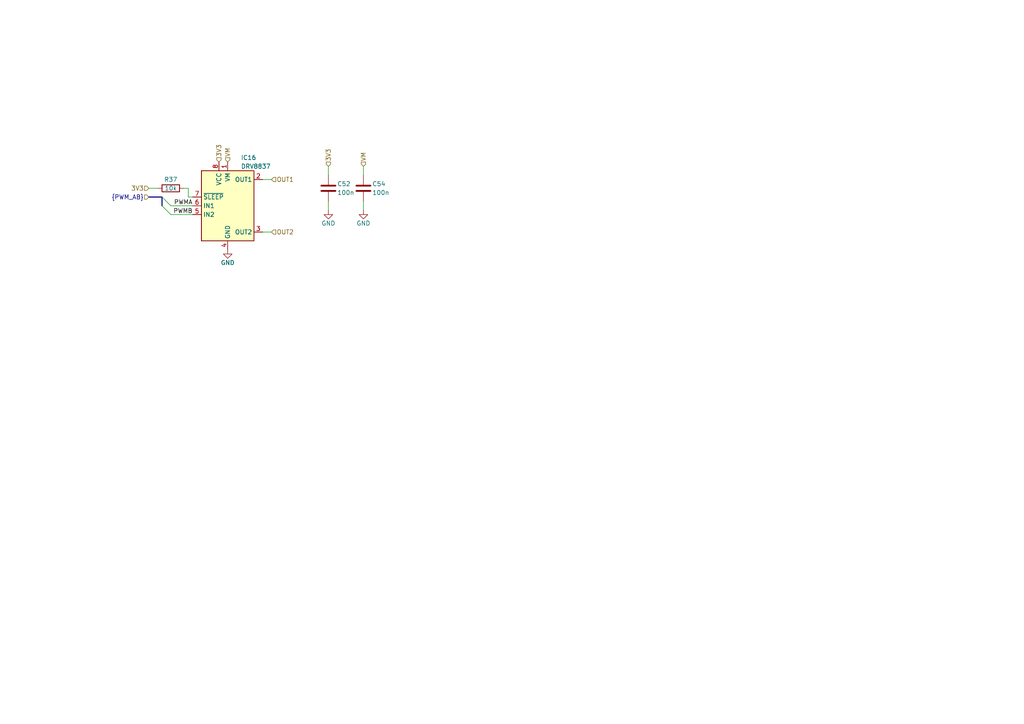
<source format=kicad_sch>
(kicad_sch (version 20230121) (generator eeschema)
  (paper "A4")
  (lib_symbols
    (symbol "Device:C" (pin_numbers hide) (pin_names (offset 0.254))
      (property "Reference" "C" (at 0.635 2.54 0))
      (property "Value" "C" (at 0.635 -2.54 0))
      (symbol "C_0_1"
        (polyline (pts (xy -2.032 -0.762) (xy 2.032 -0.762)) (stroke (width 0.508)))
        (polyline (pts (xy -2.032 0.762) (xy 2.032 0.762)) (stroke (width 0.508)))
      )
      (symbol "C_1_1"
        (pin passive line (at 0 3.81 270) (length 2.794) (name "~") (number "1"))
        (pin passive line (at 0 -3.81 90) (length 2.794) (name "~") (number "2"))
      )
    )
    (symbol "Device:R" (pin_numbers hide) (pin_names (offset 0))
      (property "Reference" "R" (at 2.032 0 90))
      (property "Value" "R" (at 0 0 90))
      (symbol "R_0_1"
        (rectangle (start -1.016 -2.54) (end 1.016 2.54) (stroke (width 0.254)))
      )
      (symbol "R_1_1"
        (pin passive line (at 0 3.81 270) (length 1.27) (name "~") (number "1"))
        (pin passive line (at 0 -3.81 90) (length 1.27) (name "~") (number "2"))
      )
    )
    (symbol "Driver_Motor:DRV8837"
      (property "Reference" "U" (at 6.35 11.43 0))
      (property "Value" "DRV8837" (at -10.16 11.43 0))
      (symbol "DRV8837_0_1"
        (rectangle (start -7.62 10.16) (end 7.62 -10.16) (stroke (width 0.254)) (fill (type background)))
      )
      (symbol "DRV8837_1_1"
        (pin power_in line (at 0 12.7 270) (length 2.54) (name "VM") (number "1"))
        (pin output line (at 10.16 7.62 180) (length 2.54) (name "OUT1") (number "2"))
        (pin output line (at 10.16 -7.62 180) (length 2.54) (name "OUT2") (number "3"))
        (pin power_in line (at 0 -12.7 90) (length 2.54) (name "GND") (number "4"))
        (pin input line (at -10.16 -2.54 0) (length 2.54) (name "IN2") (number "5"))
        (pin input line (at -10.16 0 0) (length 2.54) (name "IN1") (number "6"))
        (pin input line (at -10.16 2.54 0) (length 2.54) (name "~{SLEEP}") (number "7"))
        (pin power_in line (at -2.54 12.7 270) (length 2.54) (name "VCC") (number "8"))
        (pin passive line (at 0 -12.7 90) (length 2.54) hide (name "GND") (number "9"))
      )
    )
    (symbol "power:GND" (power) (pin_names (offset 0))
      (property "Value" "GND" (at 0 -3.81 0))
      (symbol "GND_0_1"
        (polyline (pts (xy 0 0) (xy 0 -1.27) (xy 1.27 -1.27) (xy 0 -2.54) (xy -1.27 -1.27) (xy 0 -1.27)))
      )
      (symbol "GND_1_1"
        (pin power_in line (at 0 0 270) (length 0) hide (name "GND") (number "1"))
      )
    )
  )
  (bus_entry (at 46.99 57.15) (size 2.54 2.54))
  (bus_entry (at 46.99 59.69) (size 2.54 2.54))
  (wire (pts (xy 95.25 50.8) (xy 95.25 48.26)))
  (bus (pts (xy 46.99 59.69) (xy 46.99 57.15)))
  (wire (pts (xy 54.61 54.61) (xy 53.34 54.61)))
  (wire (pts (xy 95.25 60.96) (xy 95.25 58.42)))
  (wire (pts (xy 43.18 54.61) (xy 45.72 54.61)))
  (wire (pts (xy 49.53 59.69) (xy 55.88 59.69)))
  (wire (pts (xy 54.61 54.61) (xy 54.61 57.15)))
  (wire (pts (xy 105.41 60.96) (xy 105.41 58.42)))
  (bus (pts (xy 43.18 57.15) (xy 46.99 57.15)))
  (wire (pts (xy 76.2 52.07) (xy 78.74 52.07)))
  (wire (pts (xy 105.41 50.8) (xy 105.41 48.26)))
  (wire (pts (xy 76.2 67.31) (xy 78.74 67.31)))
  (wire (pts (xy 49.53 62.23) (xy 55.88 62.23)))
  (wire (pts (xy 54.61 57.15) (xy 55.88 57.15)))
  (label "PWMB" (at 55.88 62.23 180))
  (label "PWMA" (at 55.88 59.69 180))
  (hierarchical_label "3V3" (shape input) (at 43.18 54.61 180))
  (hierarchical_label "3V3" (shape input) (at 63.5 46.99 90))
  (hierarchical_label "OUT1" (shape input) (at 78.74 52.07 0))
  (hierarchical_label "VM" (shape input) (at 66.04 46.99 90))
  (hierarchical_label "{PWM_AB}" (shape input) (at 43.18 57.15 180))
  (hierarchical_label "VM" (shape input) (at 105.41 48.26 90))
  (hierarchical_label "OUT2" (shape input) (at 78.74 67.31 0))
  (hierarchical_label "3V3" (shape input) (at 95.25 48.26 90))
  (symbol (lib_id "power:GND") (at 95.25 60.96 0) (unit 1)
    (property "Reference" "#PWR0106" (effects hide))
    (property "Value" "GND" (at 95.25 64.77 0))
    (instances (project "ikafly_main" (path "" (reference "#PWR0106") (unit 1)) (path "" (reference "#PWR0108") (unit 1))))
  )
  (symbol (lib_id "Device:C") (at 95.25 54.61 0) (unit 1)
    (property "Reference" "C52" (at 97.79 53.34 0) (effects (justify left)))
    (property "Value" "100n" (at 97.79 55.88 0) (effects (justify left)))
    (property "Footprint" "Capacitor_SMD:C_0402_1005Metric" (effects hide))
    (property "LCSC" "C83056" (effects hide))
    (instances (project "ikafly_main" (path "" (reference "C52") (unit 1)) (path "" (reference "C53") (unit 1))))
  )
  (symbol (lib_id "power:GND") (at 105.41 60.96 0) (unit 1)
    (property "Reference" "#PWR0109" (effects hide))
    (property "Value" "GND" (at 105.41 64.77 0))
    (instances (project "ikafly_main" (path "" (reference "#PWR0109") (unit 1)) (path "" (reference "#PWR0110") (unit 1))))
  )
  (symbol (lib_id "Driver_Motor:DRV8837") (at 66.04 59.69 0) (unit 1)
    (property "Reference" "IC16" (at 69.85 45.72 0) (effects (justify left)))
    (property "Value" "DRV8837" (at 69.85 48.26 0) (effects (justify left)))
    (property "Footprint" "Package_SON:WSON-8-1EP_2x2mm_P0.5mm_EP0.9x1.6mm" (effects hide))
    (property "Datasheet" "http://www.ti.com/lit/ds/symlink/drv8837.pdf" (effects hide))
    (property "LCSC" "C39159" (effects hide))
    (instances (project "ikafly_main" (path "" (reference "IC16") (unit 1)) (path "" (reference "IC17") (unit 1))))
  )
  (symbol (lib_id "power:GND") (at 66.04 72.39 0) (unit 1)
    (property "Reference" "#PWR0105" (effects hide))
    (property "Value" "GND" (at 66.04 76.2 0))
    (instances (project "ikafly_main" (path "" (reference "#PWR0105") (unit 1)) (path "" (reference "#PWR0107") (unit 1))))
  )
  (symbol (lib_id "Device:R") (at 49.53 54.61 90) (unit 1)
    (property "Reference" "R37" (at 49.53 52.07 90))
    (property "Value" "10k" (at 49.53 54.61 90))
    (property "Footprint" "Resistor_SMD:R_0402_1005Metric" (effects hide))
    (property "LCSC" "C2906885" (effects hide))
    (instances (project "ikafly_main" (path "" (reference "R37") (unit 1)) (path "" (reference "R38") (unit 1))))
  )
  (symbol (lib_id "Device:C") (at 105.41 54.61 0) (unit 1)
    (property "Reference" "C54" (at 107.95 53.34 0) (effects (justify left)))
    (property "Value" "100n" (at 107.95 55.88 0) (effects (justify left)))
    (property "Footprint" "Capacitor_SMD:C_0402_1005Metric" (effects hide))
    (property "LCSC" "C83056" (effects hide))
    (instances (project "ikafly_main" (path "" (reference "C54") (unit 1)) (path "" (reference "C55") (unit 1))))
  )
)
</source>
